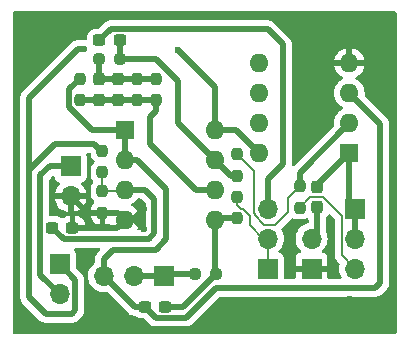
<source format=gbr>
%TF.GenerationSoftware,KiCad,Pcbnew,8.0.6*%
%TF.CreationDate,2024-12-29T21:13:32-06:00*%
%TF.ProjectId,Wienbridge,5769656e-6272-4696-9467-652e6b696361,rev?*%
%TF.SameCoordinates,Original*%
%TF.FileFunction,Copper,L1,Top*%
%TF.FilePolarity,Positive*%
%FSLAX46Y46*%
G04 Gerber Fmt 4.6, Leading zero omitted, Abs format (unit mm)*
G04 Created by KiCad (PCBNEW 8.0.6) date 2024-12-29 21:13:32*
%MOMM*%
%LPD*%
G01*
G04 APERTURE LIST*
G04 Aperture macros list*
%AMRoundRect*
0 Rectangle with rounded corners*
0 $1 Rounding radius*
0 $2 $3 $4 $5 $6 $7 $8 $9 X,Y pos of 4 corners*
0 Add a 4 corners polygon primitive as box body*
4,1,4,$2,$3,$4,$5,$6,$7,$8,$9,$2,$3,0*
0 Add four circle primitives for the rounded corners*
1,1,$1+$1,$2,$3*
1,1,$1+$1,$4,$5*
1,1,$1+$1,$6,$7*
1,1,$1+$1,$8,$9*
0 Add four rect primitives between the rounded corners*
20,1,$1+$1,$2,$3,$4,$5,0*
20,1,$1+$1,$4,$5,$6,$7,0*
20,1,$1+$1,$6,$7,$8,$9,0*
20,1,$1+$1,$8,$9,$2,$3,0*%
G04 Aperture macros list end*
%TA.AperFunction,SMDPad,CuDef*%
%ADD10RoundRect,0.237500X0.237500X-0.287500X0.237500X0.287500X-0.237500X0.287500X-0.237500X-0.287500X0*%
%TD*%
%TA.AperFunction,SMDPad,CuDef*%
%ADD11RoundRect,0.237500X-0.237500X0.287500X-0.237500X-0.287500X0.237500X-0.287500X0.237500X0.287500X0*%
%TD*%
%TA.AperFunction,SMDPad,CuDef*%
%ADD12RoundRect,0.237500X-0.237500X0.250000X-0.237500X-0.250000X0.237500X-0.250000X0.237500X0.250000X0*%
%TD*%
%TA.AperFunction,ComponentPad*%
%ADD13R,1.700000X1.700000*%
%TD*%
%TA.AperFunction,ComponentPad*%
%ADD14O,1.700000X1.700000*%
%TD*%
%TA.AperFunction,SMDPad,CuDef*%
%ADD15RoundRect,0.237500X-0.300000X-0.237500X0.300000X-0.237500X0.300000X0.237500X-0.300000X0.237500X0*%
%TD*%
%TA.AperFunction,SMDPad,CuDef*%
%ADD16RoundRect,0.237500X0.237500X-0.250000X0.237500X0.250000X-0.237500X0.250000X-0.237500X-0.250000X0*%
%TD*%
%TA.AperFunction,ComponentPad*%
%ADD17R,1.600000X1.600000*%
%TD*%
%TA.AperFunction,ComponentPad*%
%ADD18O,1.600000X1.600000*%
%TD*%
%TA.AperFunction,SMDPad,CuDef*%
%ADD19RoundRect,0.237500X0.300000X0.237500X-0.300000X0.237500X-0.300000X-0.237500X0.300000X-0.237500X0*%
%TD*%
%TA.AperFunction,SMDPad,CuDef*%
%ADD20RoundRect,0.237500X-0.250000X-0.237500X0.250000X-0.237500X0.250000X0.237500X-0.250000X0.237500X0*%
%TD*%
%TA.AperFunction,SMDPad,CuDef*%
%ADD21RoundRect,0.237500X-0.237500X0.300000X-0.237500X-0.300000X0.237500X-0.300000X0.237500X0.300000X0*%
%TD*%
%TA.AperFunction,ViaPad*%
%ADD22C,0.600000*%
%TD*%
%TA.AperFunction,Conductor*%
%ADD23C,0.500000*%
%TD*%
%TA.AperFunction,Conductor*%
%ADD24C,0.200000*%
%TD*%
G04 APERTURE END LIST*
D10*
%TO.P,D1,1,K*%
%TO.N,Net-(D1-K)*%
X115300000Y-112075000D03*
%TO.P,D1,2,A*%
%TO.N,Net-(D1-A)*%
X115300000Y-110325000D03*
%TD*%
D11*
%TO.P,D2,1,K*%
%TO.N,Net-(D1-A)*%
X113700000Y-110325000D03*
%TO.P,D2,2,A*%
%TO.N,Net-(D1-K)*%
X113700000Y-112075000D03*
%TD*%
D12*
%TO.P,R5,1*%
%TO.N,+9V*%
X114000000Y-116412500D03*
%TO.P,R5,2*%
%TO.N,Net-(U4A-+)*%
X114000000Y-118237500D03*
%TD*%
D13*
%TO.P,RV2,1,1*%
%TO.N,Net-(R7-Pad2)*%
X128000000Y-126370000D03*
D14*
%TO.P,RV2,2,2*%
X128000000Y-123830000D03*
%TO.P,RV2,3,3*%
%TO.N,Net-(C1-Pad1)*%
X128000000Y-121290000D03*
%TD*%
D15*
%TO.P,C1,1*%
%TO.N,Net-(C1-Pad1)*%
X113737500Y-107060000D03*
%TO.P,C1,2*%
%TO.N,Net-(C1-Pad2)*%
X115462500Y-107060000D03*
%TD*%
D16*
%TO.P,R7,1*%
%TO.N,Net-(U4B-+)*%
X125400000Y-122112500D03*
%TO.P,R7,2*%
%TO.N,Net-(R7-Pad2)*%
X125400000Y-120287500D03*
%TD*%
%TO.P,R1,1*%
%TO.N,Net-(D1-K)*%
X118500000Y-112112500D03*
%TO.P,R1,2*%
%TO.N,Net-(D1-A)*%
X118500000Y-110287500D03*
%TD*%
D13*
%TO.P,RV3,1,1*%
%TO.N,Net-(C3-Pad1)*%
X135400000Y-121300000D03*
D14*
%TO.P,RV3,2,2*%
X135400000Y-123840000D03*
%TO.P,RV3,3,3*%
%TO.N,Net-(R10-Pad2)*%
X135400000Y-126380000D03*
%TD*%
D17*
%TO.P,U4,1*%
%TO.N,BiasVoltage*%
X115900000Y-114600000D03*
D18*
%TO.P,U4,2,-*%
X115900000Y-117140000D03*
%TO.P,U4,3,+*%
%TO.N,Net-(U4A-+)*%
X115900000Y-119680000D03*
%TO.P,U4,4,V-*%
%TO.N,SupplyGND*%
X115900000Y-122220000D03*
%TO.P,U4,5,+*%
%TO.N,Net-(U4B-+)*%
X123520000Y-122220000D03*
%TO.P,U4,6,-*%
%TO.N,Net-(D1-K)*%
X123520000Y-119680000D03*
%TO.P,U4,7*%
%TO.N,Net-(C1-Pad2)*%
X123520000Y-117140000D03*
%TO.P,U4,8,V+*%
%TO.N,+9V*%
X123520000Y-114600000D03*
%TD*%
D19*
%TO.P,C2,1*%
%TO.N,Net-(U4B-+)*%
X119292500Y-129600000D03*
%TO.P,C2,2*%
%TO.N,BiasVoltage*%
X117567500Y-129600000D03*
%TD*%
D13*
%TO.P,BT1,1,+*%
%TO.N,Net-(BT1-+)*%
X111300000Y-117725000D03*
D14*
%TO.P,BT1,2,-*%
%TO.N,SupplyGND*%
X111300000Y-120265000D03*
%TD*%
D20*
%TO.P,R4,1*%
%TO.N,Net-(D1-A)*%
X113687500Y-108600000D03*
%TO.P,R4,2*%
%TO.N,Net-(C1-Pad2)*%
X115512500Y-108600000D03*
%TD*%
D12*
%TO.P,R3,1*%
%TO.N,BiasVoltage*%
X112100000Y-110287500D03*
%TO.P,R3,2*%
%TO.N,Net-(D1-K)*%
X112100000Y-112112500D03*
%TD*%
D17*
%TO.P,U5,1*%
%TO.N,Net-(C3-Pad1)*%
X134900000Y-116600000D03*
D18*
%TO.P,U5,2,-*%
%TO.N,Net-(U5A--)*%
X134900000Y-114060000D03*
%TO.P,U5,3,+*%
%TO.N,BiasVoltage*%
X134900000Y-111520000D03*
%TO.P,U5,4,V-*%
%TO.N,SupplyGND*%
X134900000Y-108980000D03*
%TO.P,U5,5,+*%
%TO.N,unconnected-(U5B-+-Pad5)*%
X127280000Y-108980000D03*
%TO.P,U5,6,-*%
%TO.N,unconnected-(U5B---Pad6)*%
X127280000Y-111520000D03*
%TO.P,U5,7*%
%TO.N,unconnected-(U5-Pad7)*%
X127280000Y-114060000D03*
%TO.P,U5,8,V+*%
%TO.N,+9V*%
X127280000Y-116600000D03*
%TD*%
D13*
%TO.P,J2,1,Pin_1*%
%TO.N,+9V*%
X110400000Y-126025000D03*
D14*
%TO.P,J2,2,Pin_2*%
%TO.N,Net-(BT1-+)*%
X110400000Y-128565000D03*
%TD*%
D12*
%TO.P,R10,1*%
%TO.N,Net-(U5A--)*%
X130700000Y-119387500D03*
%TO.P,R10,2*%
%TO.N,Net-(R10-Pad2)*%
X130700000Y-121212500D03*
%TD*%
%TO.P,R6,1*%
%TO.N,Net-(U4A-+)*%
X114000000Y-119812500D03*
%TO.P,R6,2*%
%TO.N,SupplyGND*%
X114000000Y-121637500D03*
%TD*%
D21*
%TO.P,C3,1*%
%TO.N,Net-(C3-Pad1)*%
X132200000Y-119437500D03*
%TO.P,C3,2*%
%TO.N,Net-(J1-Pin_2)*%
X132200000Y-121162500D03*
%TD*%
D15*
%TO.P,C4,1*%
%TO.N,Net-(U4A-+)*%
X109737500Y-122900000D03*
%TO.P,C4,2*%
%TO.N,SupplyGND*%
X111462500Y-122900000D03*
%TD*%
D13*
%TO.P,DualPot1,1,1*%
%TO.N,Net-(DualPot1-Pad1)*%
X119200000Y-127000000D03*
D14*
%TO.P,DualPot1,2,2*%
X116660000Y-127000000D03*
%TO.P,DualPot1,3,3*%
%TO.N,BiasVoltage*%
X114120000Y-127000000D03*
%TD*%
D20*
%TO.P,R8,1*%
%TO.N,Net-(DualPot1-Pad1)*%
X121817500Y-126800000D03*
%TO.P,R8,2*%
%TO.N,Net-(U4B-+)*%
X123642500Y-126800000D03*
%TD*%
D16*
%TO.P,R2,1*%
%TO.N,Net-(D1-K)*%
X116900000Y-112112500D03*
%TO.P,R2,2*%
%TO.N,Net-(D1-A)*%
X116900000Y-110287500D03*
%TD*%
%TO.P,R9,1*%
%TO.N,Net-(C1-Pad2)*%
X125400000Y-118512500D03*
%TO.P,R9,2*%
%TO.N,Net-(U5A--)*%
X125400000Y-116687500D03*
%TD*%
D13*
%TO.P,J1,1,Pin_1*%
%TO.N,SupplyGND*%
X131700000Y-126375000D03*
D14*
%TO.P,J1,2,Pin_2*%
%TO.N,Net-(J1-Pin_2)*%
X131700000Y-123835000D03*
%TD*%
D22*
%TO.N,SupplyGND*%
X137000000Y-110000000D03*
X137000000Y-108000000D03*
X133000000Y-112000000D03*
X133000000Y-110000000D03*
X133000000Y-108000000D03*
X131000000Y-112000000D03*
X131000000Y-110000000D03*
X131000000Y-108000000D03*
X125000000Y-129000000D03*
X127000000Y-129000000D03*
X129000000Y-129000000D03*
X133000000Y-129000000D03*
X134962085Y-128989167D03*
X137000000Y-129000000D03*
X137000000Y-131000000D03*
X135000000Y-131000000D03*
X132979807Y-130999999D03*
X131000000Y-131000000D03*
X129000000Y-131000000D03*
X127000000Y-131000000D03*
X125000000Y-131000000D03*
X137000000Y-106000000D03*
X135000000Y-106000000D03*
X133000000Y-106000000D03*
X131000000Y-106000000D03*
X117500000Y-123000000D03*
X117500000Y-121300000D03*
X133500000Y-126300000D03*
%TO.N,+9V*%
X112400000Y-107800000D03*
X120400000Y-107900000D03*
%TD*%
D23*
%TO.N,SupplyGND*%
X112672500Y-121637500D02*
X111300000Y-120265000D01*
X114000000Y-121637500D02*
X112672500Y-121637500D01*
X115317500Y-121637500D02*
X115900000Y-122220000D01*
X114000000Y-121637500D02*
X115317500Y-121637500D01*
X115220000Y-122900000D02*
X115900000Y-122220000D01*
X111462500Y-122900000D02*
X115220000Y-122900000D01*
D24*
%TO.N,Net-(U4A-+)*%
X115767500Y-119812500D02*
X115900000Y-119680000D01*
X114000000Y-119812500D02*
X115767500Y-119812500D01*
X114000000Y-118237500D02*
X114000000Y-119812500D01*
D23*
%TO.N,+9V*%
X113300000Y-115800000D02*
X113912500Y-116412500D01*
X107800000Y-118000000D02*
X110000000Y-115800000D01*
X110000000Y-115800000D02*
X113300000Y-115800000D01*
X113912500Y-116412500D02*
X114000000Y-116412500D01*
%TO.N,SupplyGND*%
X116580000Y-122220000D02*
X117500000Y-121300000D01*
X116720000Y-122220000D02*
X117500000Y-123000000D01*
X115900000Y-122220000D02*
X116720000Y-122220000D01*
X131700000Y-126375000D02*
X133425000Y-126375000D01*
X133425000Y-126375000D02*
X133500000Y-126300000D01*
X115900000Y-122220000D02*
X116580000Y-122220000D01*
%TO.N,+9V*%
X123520000Y-111020000D02*
X120400000Y-107900000D01*
X107800000Y-128800000D02*
X107800000Y-118000000D01*
X111400000Y-130200000D02*
X109200000Y-130200000D01*
X111700000Y-127325000D02*
X111700000Y-129900000D01*
X109200000Y-130200000D02*
X107800000Y-128800000D01*
X110400000Y-126025000D02*
X111700000Y-127325000D01*
X123520000Y-114600000D02*
X123520000Y-111020000D01*
X107800000Y-111900000D02*
X107800000Y-118000000D01*
X112400000Y-107800000D02*
X111900000Y-107800000D01*
X111900000Y-107800000D02*
X107800000Y-111900000D01*
X123520000Y-114600000D02*
X125280000Y-114600000D01*
X111700000Y-129900000D02*
X111400000Y-130200000D01*
X125280000Y-114600000D02*
X127280000Y-116600000D01*
%TO.N,Net-(C1-Pad1)*%
X114697500Y-106100000D02*
X113737500Y-107060000D01*
X129300000Y-107400000D02*
X128000000Y-106100000D01*
X128000000Y-121290000D02*
X128000000Y-118800000D01*
X128000000Y-118800000D02*
X129300000Y-117500000D01*
X128000000Y-106100000D02*
X114697500Y-106100000D01*
X129300000Y-117500000D02*
X129300000Y-107400000D01*
%TO.N,Net-(C1-Pad2)*%
X115462500Y-108550000D02*
X115512500Y-108600000D01*
X125400000Y-118512500D02*
X124892500Y-118512500D01*
X124892500Y-118512500D02*
X123520000Y-117140000D01*
X115462500Y-107060000D02*
X115462500Y-108550000D01*
X115512500Y-108600000D02*
X118500000Y-108600000D01*
X118500000Y-108600000D02*
X120400000Y-110500000D01*
X120400000Y-110500000D02*
X120400000Y-114020000D01*
X120400000Y-114020000D02*
X123520000Y-117140000D01*
%TO.N,BiasVoltage*%
X111175000Y-112653854D02*
X113121146Y-114600000D01*
X121075000Y-130525000D02*
X123600000Y-128000000D01*
X119400000Y-119600000D02*
X116940000Y-117140000D01*
X123600000Y-128000000D02*
X137100000Y-128000000D01*
X119400000Y-123900000D02*
X119400000Y-119600000D01*
X137500000Y-114120000D02*
X134900000Y-111520000D01*
X114120000Y-127000000D02*
X114120000Y-125580000D01*
X137100000Y-128000000D02*
X137500000Y-127600000D01*
X117567500Y-129600000D02*
X116720000Y-129600000D01*
X116940000Y-117140000D02*
X115900000Y-117140000D01*
X116720000Y-129600000D02*
X114120000Y-127000000D01*
X115900000Y-114600000D02*
X115900000Y-117140000D01*
X114900000Y-124800000D02*
X118500000Y-124800000D01*
X137500000Y-127600000D02*
X137500000Y-114120000D01*
X118492500Y-130525000D02*
X121075000Y-130525000D01*
X113121146Y-114600000D02*
X115900000Y-114600000D01*
X114120000Y-125580000D02*
X114900000Y-124800000D01*
X117567500Y-129600000D02*
X118492500Y-130525000D01*
X111175000Y-111212500D02*
X111175000Y-112653854D01*
X112100000Y-110287500D02*
X111175000Y-111212500D01*
X118500000Y-124800000D02*
X119400000Y-123900000D01*
%TO.N,Net-(U4B-+)*%
X125400000Y-122112500D02*
X123627500Y-122112500D01*
X123642500Y-126800000D02*
X120842500Y-129600000D01*
X123520000Y-126677500D02*
X123642500Y-126800000D01*
X120842500Y-129600000D02*
X119292500Y-129600000D01*
X123642500Y-122342500D02*
X123520000Y-122220000D01*
X123627500Y-122112500D02*
X123520000Y-122220000D01*
X123520000Y-122220000D02*
X123520000Y-126677500D01*
%TO.N,Net-(C3-Pad1)*%
X134900000Y-116600000D02*
X134900000Y-120800000D01*
X135400000Y-123840000D02*
X135400000Y-121300000D01*
X132200000Y-119437500D02*
X132200000Y-119300000D01*
X134900000Y-120800000D02*
X135400000Y-121300000D01*
X132200000Y-119300000D02*
X134900000Y-116600000D01*
%TO.N,Net-(J1-Pin_2)*%
X132200000Y-123335000D02*
X131700000Y-123835000D01*
X132200000Y-121162500D02*
X132200000Y-123335000D01*
%TO.N,Net-(D1-K)*%
X118500000Y-113000000D02*
X118500000Y-112112500D01*
X118000000Y-113500000D02*
X118500000Y-113000000D01*
X118000000Y-115800000D02*
X118000000Y-113500000D01*
X113700000Y-112075000D02*
X115300000Y-112075000D01*
X118500000Y-112112500D02*
X116900000Y-112112500D01*
X112100000Y-112112500D02*
X113662500Y-112112500D01*
X121880000Y-119680000D02*
X118000000Y-115800000D01*
X116862500Y-112075000D02*
X116900000Y-112112500D01*
X115300000Y-112075000D02*
X116862500Y-112075000D01*
X123520000Y-119680000D02*
X121880000Y-119680000D01*
X113662500Y-112112500D02*
X113700000Y-112075000D01*
%TO.N,Net-(D1-A)*%
X113700000Y-110325000D02*
X115300000Y-110325000D01*
X115300000Y-110325000D02*
X116862500Y-110325000D01*
X116900000Y-110287500D02*
X118500000Y-110287500D01*
X116862500Y-110325000D02*
X116900000Y-110287500D01*
X113687500Y-110312500D02*
X113700000Y-110325000D01*
X113687500Y-108600000D02*
X113687500Y-110312500D01*
%TO.N,Net-(DualPot1-Pad1)*%
X121617500Y-127000000D02*
X121817500Y-126800000D01*
X116660000Y-127000000D02*
X119200000Y-127000000D01*
X119400000Y-126800000D02*
X119200000Y-127000000D01*
X121817500Y-126800000D02*
X119400000Y-126800000D01*
%TO.N,Net-(U4A-+)*%
X110737500Y-123900000D02*
X109737500Y-122900000D01*
X118400000Y-120500000D02*
X118400000Y-123400000D01*
X117580000Y-119680000D02*
X118400000Y-120500000D01*
X118400000Y-123400000D02*
X117900000Y-123900000D01*
X117900000Y-123900000D02*
X110737500Y-123900000D01*
X115900000Y-119680000D02*
X117580000Y-119680000D01*
D24*
%TO.N,Net-(R7-Pad2)*%
X125400000Y-121000000D02*
X125725000Y-121325000D01*
X125866722Y-121325000D02*
X126500000Y-121958278D01*
X126500000Y-121958278D02*
X126500000Y-122700000D01*
X128000000Y-123830000D02*
X128000000Y-126370000D01*
X125400000Y-120287500D02*
X125400000Y-121000000D01*
D23*
X128000000Y-123830000D02*
X128000000Y-123246146D01*
D24*
X127630000Y-123830000D02*
X128000000Y-123830000D01*
X126500000Y-122700000D02*
X127630000Y-123830000D01*
X125725000Y-121325000D02*
X125866722Y-121325000D01*
%TO.N,Net-(U5A--)*%
X129700000Y-121600000D02*
X129700000Y-120387500D01*
X125400000Y-116687500D02*
X126850000Y-118137500D01*
D23*
X130700000Y-118260000D02*
X134900000Y-114060000D01*
D24*
X127700000Y-122680000D02*
X128620000Y-122680000D01*
X129700000Y-120387500D02*
X130700000Y-119387500D01*
D23*
X130700000Y-119387500D02*
X130700000Y-118260000D01*
D24*
X126850000Y-121659314D02*
X126900000Y-121709314D01*
X126850000Y-118137500D02*
X126850000Y-121659314D01*
X128620000Y-122680000D02*
X129700000Y-121600000D01*
X126900000Y-121880000D02*
X127700000Y-122680000D01*
X126900000Y-121709314D02*
X126900000Y-121880000D01*
%TO.N,Net-(R10-Pad2)*%
X134250000Y-125230000D02*
X134250000Y-121908278D01*
X135400000Y-126380000D02*
X134250000Y-125230000D01*
X132641722Y-120300000D02*
X131612500Y-120300000D01*
D23*
X130700000Y-121212500D02*
X130687500Y-121212500D01*
D24*
X131612500Y-120300000D02*
X130700000Y-121212500D01*
X134250000Y-121908278D02*
X132641722Y-120300000D01*
D23*
%TO.N,Net-(BT1-+)*%
X110400000Y-128565000D02*
X108750000Y-126915000D01*
X108750000Y-126915000D02*
X108750000Y-118485051D01*
X110500000Y-117700000D02*
X109535051Y-117700000D01*
X109535051Y-117700000D02*
X108750000Y-118485051D01*
%TD*%
%TA.AperFunction,Conductor*%
%TO.N,SupplyGND*%
G36*
X131394454Y-122132904D02*
G01*
X131439226Y-122186544D01*
X131449500Y-122235964D01*
X131449500Y-122408831D01*
X131429815Y-122475870D01*
X131377011Y-122521625D01*
X131357594Y-122528606D01*
X131236341Y-122561095D01*
X131236335Y-122561098D01*
X131022171Y-122660964D01*
X131022169Y-122660965D01*
X130828597Y-122796505D01*
X130661505Y-122963597D01*
X130525965Y-123157169D01*
X130525964Y-123157171D01*
X130437603Y-123346662D01*
X130428430Y-123366335D01*
X130426098Y-123371335D01*
X130426094Y-123371344D01*
X130364938Y-123599586D01*
X130364936Y-123599596D01*
X130344341Y-123834999D01*
X130344341Y-123835000D01*
X130364936Y-124070403D01*
X130364938Y-124070413D01*
X130426094Y-124298655D01*
X130426096Y-124298659D01*
X130426097Y-124298663D01*
X130512032Y-124482951D01*
X130525965Y-124512830D01*
X130525967Y-124512834D01*
X130621850Y-124649768D01*
X130661501Y-124706396D01*
X130661506Y-124706402D01*
X130783818Y-124828714D01*
X130817303Y-124890037D01*
X130812319Y-124959729D01*
X130770447Y-125015662D01*
X130739471Y-125032577D01*
X130607912Y-125081646D01*
X130607906Y-125081649D01*
X130492812Y-125167809D01*
X130492809Y-125167812D01*
X130406649Y-125282906D01*
X130406645Y-125282913D01*
X130356403Y-125417620D01*
X130356401Y-125417627D01*
X130350000Y-125477155D01*
X130350000Y-126125000D01*
X131266988Y-126125000D01*
X131234075Y-126182007D01*
X131200000Y-126309174D01*
X131200000Y-126440826D01*
X131234075Y-126567993D01*
X131266988Y-126625000D01*
X130350000Y-126625000D01*
X130350000Y-127125500D01*
X130330315Y-127192539D01*
X130277511Y-127238294D01*
X130226000Y-127249500D01*
X129474500Y-127249500D01*
X129407461Y-127229815D01*
X129361706Y-127177011D01*
X129350500Y-127125500D01*
X129350499Y-125472129D01*
X129350498Y-125472123D01*
X129350497Y-125472116D01*
X129344091Y-125412517D01*
X129333064Y-125382953D01*
X129293797Y-125277671D01*
X129293793Y-125277664D01*
X129207547Y-125162455D01*
X129207544Y-125162452D01*
X129092335Y-125076206D01*
X129092328Y-125076202D01*
X128960917Y-125027189D01*
X128904983Y-124985318D01*
X128880566Y-124919853D01*
X128895418Y-124851580D01*
X128916563Y-124823332D01*
X129038495Y-124701401D01*
X129174035Y-124507830D01*
X129273903Y-124293663D01*
X129335063Y-124065408D01*
X129355659Y-123830000D01*
X129335063Y-123594592D01*
X129288626Y-123421285D01*
X129273905Y-123366344D01*
X129273902Y-123366335D01*
X129178698Y-123162171D01*
X129174035Y-123152171D01*
X129160828Y-123133310D01*
X129138503Y-123067108D01*
X129155513Y-122999340D01*
X129174720Y-122974513D01*
X129995561Y-122153673D01*
X130056882Y-122120190D01*
X130126574Y-122125174D01*
X130148334Y-122135815D01*
X130148484Y-122135908D01*
X130312247Y-122190174D01*
X130413323Y-122200500D01*
X130986676Y-122200499D01*
X130986684Y-122200498D01*
X130986687Y-122200498D01*
X131042030Y-122194844D01*
X131087753Y-122190174D01*
X131251516Y-122135908D01*
X131260402Y-122130426D01*
X131327790Y-122111985D01*
X131394454Y-122132904D01*
G37*
%TD.AperFunction*%
%TA.AperFunction,Conductor*%
G36*
X133273883Y-121782105D02*
G01*
X133282111Y-121789625D01*
X133613181Y-122120694D01*
X133646666Y-122182017D01*
X133649500Y-122208375D01*
X133649500Y-125143330D01*
X133649499Y-125143348D01*
X133649499Y-125150943D01*
X133649499Y-125309057D01*
X133658194Y-125341505D01*
X133690422Y-125461783D01*
X133692329Y-125465086D01*
X133692328Y-125465086D01*
X133692332Y-125465091D01*
X133769477Y-125598712D01*
X133769481Y-125598717D01*
X133888349Y-125717585D01*
X133888355Y-125717590D01*
X134067233Y-125896468D01*
X134100718Y-125957791D01*
X134099327Y-126016241D01*
X134064939Y-126144583D01*
X134064936Y-126144596D01*
X134044341Y-126379999D01*
X134044341Y-126380000D01*
X134064936Y-126615403D01*
X134064938Y-126615413D01*
X134126094Y-126843655D01*
X134126096Y-126843659D01*
X134126097Y-126843663D01*
X134184778Y-126969505D01*
X134225965Y-127057830D01*
X134228674Y-127062522D01*
X134226680Y-127063673D01*
X134245874Y-127120574D01*
X134228868Y-127188343D01*
X134177923Y-127236159D01*
X134121972Y-127249500D01*
X133174000Y-127249500D01*
X133106961Y-127229815D01*
X133061206Y-127177011D01*
X133050000Y-127125500D01*
X133050000Y-126625000D01*
X132133012Y-126625000D01*
X132165925Y-126567993D01*
X132200000Y-126440826D01*
X132200000Y-126309174D01*
X132165925Y-126182007D01*
X132133012Y-126125000D01*
X133050000Y-126125000D01*
X133050000Y-125477172D01*
X133049999Y-125477155D01*
X133043598Y-125417627D01*
X133043596Y-125417620D01*
X132993354Y-125282913D01*
X132993350Y-125282906D01*
X132907190Y-125167812D01*
X132907187Y-125167809D01*
X132792093Y-125081649D01*
X132792088Y-125081646D01*
X132660528Y-125032577D01*
X132604595Y-124990705D01*
X132580178Y-124925241D01*
X132595030Y-124856968D01*
X132616175Y-124828720D01*
X132738495Y-124706401D01*
X132874035Y-124512830D01*
X132973903Y-124298663D01*
X133035063Y-124070408D01*
X133055659Y-123835000D01*
X133055221Y-123829999D01*
X133044246Y-123704551D01*
X133035063Y-123599592D01*
X132973903Y-123371337D01*
X132971575Y-123366344D01*
X132962118Y-123346063D01*
X132950500Y-123293659D01*
X132950500Y-122044552D01*
X132970185Y-121977513D01*
X132986819Y-121956871D01*
X133020340Y-121923350D01*
X133088892Y-121812208D01*
X133140839Y-121765485D01*
X133209801Y-121754262D01*
X133273883Y-121782105D01*
G37*
%TD.AperFunction*%
%TA.AperFunction,Conductor*%
G36*
X112967540Y-116570185D02*
G01*
X113013295Y-116622989D01*
X113024501Y-116674500D01*
X113024501Y-116711687D01*
X113034825Y-116812752D01*
X113067669Y-116911867D01*
X113087972Y-116973137D01*
X113089092Y-116976515D01*
X113089093Y-116976518D01*
X113179661Y-117123351D01*
X113293629Y-117237319D01*
X113327114Y-117298642D01*
X113322130Y-117368334D01*
X113293629Y-117412681D01*
X113179661Y-117526648D01*
X113089093Y-117673481D01*
X113089091Y-117673486D01*
X113070176Y-117730568D01*
X113034826Y-117837247D01*
X113034826Y-117837248D01*
X113034825Y-117837248D01*
X113024500Y-117938315D01*
X113024500Y-118536669D01*
X113024501Y-118536687D01*
X113034825Y-118637752D01*
X113061357Y-118717819D01*
X113089092Y-118801516D01*
X113168033Y-118929500D01*
X113183452Y-118954497D01*
X113182321Y-118955194D01*
X113205595Y-119012894D01*
X113192549Y-119081535D01*
X113180573Y-119100168D01*
X113089093Y-119248481D01*
X113089091Y-119248486D01*
X113061719Y-119331088D01*
X113034826Y-119412247D01*
X113034826Y-119412248D01*
X113034825Y-119412248D01*
X113024500Y-119513315D01*
X113024500Y-120111669D01*
X113024501Y-120111687D01*
X113034825Y-120212752D01*
X113066535Y-120308443D01*
X113089092Y-120376516D01*
X113155004Y-120483377D01*
X113179661Y-120523351D01*
X113293982Y-120637672D01*
X113327467Y-120698995D01*
X113322483Y-120768687D01*
X113293983Y-120813034D01*
X113180052Y-120926965D01*
X113089551Y-121073688D01*
X113089546Y-121073699D01*
X113035319Y-121237347D01*
X113025000Y-121338345D01*
X113025000Y-121387500D01*
X114126000Y-121387500D01*
X114193039Y-121407185D01*
X114238794Y-121459989D01*
X114250000Y-121511500D01*
X114250000Y-122624999D01*
X114286640Y-122624999D01*
X114286654Y-122624998D01*
X114387652Y-122614680D01*
X114512932Y-122573167D01*
X114582760Y-122570765D01*
X114642802Y-122606497D01*
X114671709Y-122658771D01*
X114673734Y-122666327D01*
X114769865Y-122872482D01*
X114827209Y-122954376D01*
X114849536Y-123020582D01*
X114832526Y-123088350D01*
X114781578Y-123136163D01*
X114725634Y-123149500D01*
X111336500Y-123149500D01*
X111269461Y-123129815D01*
X111223706Y-123077011D01*
X111212500Y-123025500D01*
X111212500Y-122650000D01*
X111712500Y-122650000D01*
X112499999Y-122650000D01*
X112499999Y-122613360D01*
X112499998Y-122613345D01*
X112489680Y-122512347D01*
X112435453Y-122348699D01*
X112435448Y-122348688D01*
X112344947Y-122201965D01*
X112344944Y-122201961D01*
X112223038Y-122080055D01*
X112223034Y-122080052D01*
X112076311Y-121989551D01*
X112076300Y-121989546D01*
X111916681Y-121936654D01*
X113025001Y-121936654D01*
X113035319Y-122037652D01*
X113089546Y-122201300D01*
X113089551Y-122201311D01*
X113180052Y-122348034D01*
X113180055Y-122348038D01*
X113301961Y-122469944D01*
X113301965Y-122469947D01*
X113448688Y-122560448D01*
X113448699Y-122560453D01*
X113612347Y-122614680D01*
X113713352Y-122624999D01*
X113750000Y-122624999D01*
X113750000Y-121887500D01*
X113025001Y-121887500D01*
X113025001Y-121936654D01*
X111916681Y-121936654D01*
X111912652Y-121935319D01*
X111811654Y-121925000D01*
X111712500Y-121925000D01*
X111712500Y-122650000D01*
X111212500Y-122650000D01*
X111212500Y-121924999D01*
X111113360Y-121925000D01*
X111113344Y-121925001D01*
X111012347Y-121935319D01*
X110848699Y-121989546D01*
X110848688Y-121989551D01*
X110701965Y-122080052D01*
X110688032Y-122093985D01*
X110626708Y-122127468D01*
X110557016Y-122122482D01*
X110512672Y-122093982D01*
X110498351Y-122079661D01*
X110498350Y-122079660D01*
X110359781Y-121994190D01*
X110351518Y-121989093D01*
X110351513Y-121989091D01*
X110350069Y-121988612D01*
X110187753Y-121934826D01*
X110187751Y-121934825D01*
X110086684Y-121924500D01*
X110086677Y-121924500D01*
X109624500Y-121924500D01*
X109557461Y-121904815D01*
X109511706Y-121852011D01*
X109500500Y-121800500D01*
X109500500Y-118847281D01*
X109520185Y-118780242D01*
X109536819Y-118759600D01*
X109619771Y-118676648D01*
X109739448Y-118556970D01*
X109800769Y-118523487D01*
X109870460Y-118528471D01*
X109926394Y-118570342D01*
X109950417Y-118631398D01*
X109955909Y-118682483D01*
X110006202Y-118817328D01*
X110006206Y-118817335D01*
X110092452Y-118932544D01*
X110092455Y-118932547D01*
X110207664Y-119018793D01*
X110207671Y-119018797D01*
X110230378Y-119027266D01*
X110339598Y-119068002D01*
X110395531Y-119109873D01*
X110419949Y-119175337D01*
X110405098Y-119243610D01*
X110383947Y-119271865D01*
X110261886Y-119393926D01*
X110126400Y-119587420D01*
X110126399Y-119587422D01*
X110026570Y-119801507D01*
X110026567Y-119801513D01*
X109969364Y-120014999D01*
X109969364Y-120015000D01*
X110866988Y-120015000D01*
X110834075Y-120072007D01*
X110800000Y-120199174D01*
X110800000Y-120330826D01*
X110834075Y-120457993D01*
X110866988Y-120515000D01*
X109969364Y-120515000D01*
X110026567Y-120728486D01*
X110026570Y-120728492D01*
X110126399Y-120942578D01*
X110261894Y-121136082D01*
X110428917Y-121303105D01*
X110622421Y-121438600D01*
X110836507Y-121538429D01*
X110836516Y-121538433D01*
X111050000Y-121595634D01*
X111050000Y-120698012D01*
X111107007Y-120730925D01*
X111234174Y-120765000D01*
X111365826Y-120765000D01*
X111492993Y-120730925D01*
X111550000Y-120698012D01*
X111550000Y-121595633D01*
X111763483Y-121538433D01*
X111763492Y-121538429D01*
X111977578Y-121438600D01*
X112171082Y-121303105D01*
X112338105Y-121136082D01*
X112473600Y-120942578D01*
X112573429Y-120728492D01*
X112573432Y-120728486D01*
X112630636Y-120515000D01*
X111733012Y-120515000D01*
X111765925Y-120457993D01*
X111800000Y-120330826D01*
X111800000Y-120199174D01*
X111765925Y-120072007D01*
X111733012Y-120015000D01*
X112630636Y-120015000D01*
X112630635Y-120014999D01*
X112573432Y-119801513D01*
X112573429Y-119801507D01*
X112473600Y-119587422D01*
X112473599Y-119587420D01*
X112338113Y-119393926D01*
X112338108Y-119393920D01*
X112216053Y-119271865D01*
X112182568Y-119210542D01*
X112187552Y-119140850D01*
X112229424Y-119084917D01*
X112260400Y-119068002D01*
X112392331Y-119018796D01*
X112507546Y-118932546D01*
X112593796Y-118817331D01*
X112644091Y-118682483D01*
X112650500Y-118622873D01*
X112650499Y-116827128D01*
X112644091Y-116767517D01*
X112625559Y-116717832D01*
X112620576Y-116648142D01*
X112654061Y-116586819D01*
X112715384Y-116553334D01*
X112741742Y-116550500D01*
X112900501Y-116550500D01*
X112967540Y-116570185D01*
G37*
%TD.AperFunction*%
%TA.AperFunction,Conductor*%
G36*
X117284809Y-120450185D02*
G01*
X117305451Y-120466819D01*
X117613181Y-120774548D01*
X117646666Y-120835871D01*
X117649500Y-120862229D01*
X117649500Y-123025500D01*
X117629815Y-123092539D01*
X117577011Y-123138294D01*
X117525500Y-123149500D01*
X117074366Y-123149500D01*
X117007327Y-123129815D01*
X116961572Y-123077011D01*
X116951628Y-123007853D01*
X116972791Y-122954376D01*
X117030134Y-122872482D01*
X117126265Y-122666326D01*
X117126269Y-122666317D01*
X117178872Y-122470000D01*
X116215686Y-122470000D01*
X116220080Y-122465606D01*
X116272741Y-122374394D01*
X116300000Y-122272661D01*
X116300000Y-122167339D01*
X116272741Y-122065606D01*
X116220080Y-121974394D01*
X116215686Y-121970000D01*
X117178872Y-121970000D01*
X117178872Y-121969999D01*
X117126269Y-121773682D01*
X117126265Y-121773673D01*
X117030134Y-121567517D01*
X116899657Y-121381179D01*
X116738820Y-121220342D01*
X116552482Y-121089865D01*
X116494133Y-121062657D01*
X116441694Y-121016484D01*
X116422542Y-120949291D01*
X116442758Y-120882410D01*
X116494129Y-120837895D01*
X116552734Y-120810568D01*
X116739139Y-120680047D01*
X116900047Y-120519139D01*
X116925088Y-120483377D01*
X116979665Y-120439752D01*
X117026663Y-120430500D01*
X117217770Y-120430500D01*
X117284809Y-120450185D01*
G37*
%TD.AperFunction*%
%TA.AperFunction,Conductor*%
G36*
X138842539Y-104620185D02*
G01*
X138888294Y-104672989D01*
X138899500Y-104724500D01*
X138899500Y-131775500D01*
X138879815Y-131842539D01*
X138827011Y-131888294D01*
X138775500Y-131899500D01*
X106524500Y-131899500D01*
X106457461Y-131879815D01*
X106411706Y-131827011D01*
X106400500Y-131775500D01*
X106400500Y-128873920D01*
X107049499Y-128873920D01*
X107078340Y-129018907D01*
X107078343Y-129018917D01*
X107134913Y-129155490D01*
X107134914Y-129155491D01*
X107134916Y-129155495D01*
X107150181Y-129178340D01*
X107150182Y-129178342D01*
X107217051Y-129278420D01*
X107217052Y-129278421D01*
X108721584Y-130782952D01*
X108721586Y-130782954D01*
X108751058Y-130802645D01*
X108795270Y-130832186D01*
X108844505Y-130865084D01*
X108844506Y-130865084D01*
X108844507Y-130865085D01*
X108844509Y-130865086D01*
X108981082Y-130921656D01*
X108981087Y-130921658D01*
X108981091Y-130921658D01*
X108981092Y-130921659D01*
X109126079Y-130950500D01*
X109126082Y-130950500D01*
X111473920Y-130950500D01*
X111571462Y-130931096D01*
X111618913Y-130921658D01*
X111755495Y-130865084D01*
X111804729Y-130832186D01*
X111804734Y-130832183D01*
X111829071Y-130815921D01*
X111878416Y-130782952D01*
X112282952Y-130378416D01*
X112352774Y-130273918D01*
X112365084Y-130255495D01*
X112421658Y-130118913D01*
X112450500Y-129973918D01*
X112450500Y-127251082D01*
X112450185Y-127249500D01*
X112437903Y-127187755D01*
X112437903Y-127187753D01*
X112421659Y-127106088D01*
X112373125Y-126988918D01*
X112365084Y-126969505D01*
X112285581Y-126850520D01*
X112282952Y-126846585D01*
X112282951Y-126846584D01*
X112282949Y-126846581D01*
X111786818Y-126350450D01*
X111753333Y-126289127D01*
X111750499Y-126262769D01*
X111750499Y-125127129D01*
X111750498Y-125127123D01*
X111748657Y-125110000D01*
X111744091Y-125067517D01*
X111731059Y-125032577D01*
X111693797Y-124932671D01*
X111693795Y-124932668D01*
X111684202Y-124919853D01*
X111631019Y-124848810D01*
X111606602Y-124783348D01*
X111621453Y-124715074D01*
X111670858Y-124665669D01*
X111730286Y-124650500D01*
X113688771Y-124650500D01*
X113755810Y-124670185D01*
X113801565Y-124722989D01*
X113811509Y-124792147D01*
X113782484Y-124855703D01*
X113776458Y-124862174D01*
X113713391Y-124925241D01*
X113537047Y-125101584D01*
X113537045Y-125101586D01*
X113501029Y-125155492D01*
X113501027Y-125155495D01*
X113454919Y-125224499D01*
X113454912Y-125224511D01*
X113398343Y-125361082D01*
X113398340Y-125361092D01*
X113369500Y-125506079D01*
X113369500Y-125812298D01*
X113349815Y-125879337D01*
X113316625Y-125913872D01*
X113248595Y-125961507D01*
X113081505Y-126128597D01*
X112945965Y-126322169D01*
X112945964Y-126322171D01*
X112846098Y-126536335D01*
X112846094Y-126536344D01*
X112784938Y-126764586D01*
X112784936Y-126764596D01*
X112764341Y-126999999D01*
X112764341Y-127000000D01*
X112784936Y-127235403D01*
X112784938Y-127235413D01*
X112846094Y-127463655D01*
X112846096Y-127463659D01*
X112846097Y-127463663D01*
X112895769Y-127570185D01*
X112945965Y-127677830D01*
X112945967Y-127677834D01*
X113025326Y-127791169D01*
X113081505Y-127871401D01*
X113248599Y-128038495D01*
X113345384Y-128106265D01*
X113442165Y-128174032D01*
X113442167Y-128174033D01*
X113442170Y-128174035D01*
X113656337Y-128273903D01*
X113884592Y-128335063D01*
X114072918Y-128351539D01*
X114119999Y-128355659D01*
X114120000Y-128355659D01*
X114120001Y-128355659D01*
X114161993Y-128351985D01*
X114333013Y-128337022D01*
X114401512Y-128350788D01*
X114431501Y-128372869D01*
X116241580Y-130182948D01*
X116241584Y-130182951D01*
X116364498Y-130265080D01*
X116364511Y-130265087D01*
X116501082Y-130321656D01*
X116501087Y-130321658D01*
X116501091Y-130321658D01*
X116501092Y-130321659D01*
X116646079Y-130350500D01*
X116646082Y-130350500D01*
X116685448Y-130350500D01*
X116752487Y-130370185D01*
X116773129Y-130386819D01*
X116806650Y-130420340D01*
X116953484Y-130510908D01*
X117117247Y-130565174D01*
X117218323Y-130575500D01*
X117430269Y-130575499D01*
X117497309Y-130595183D01*
X117517951Y-130611818D01*
X117909549Y-131003416D01*
X118014084Y-131107951D01*
X118014087Y-131107953D01*
X118014088Y-131107954D01*
X118137003Y-131190083D01*
X118137006Y-131190085D01*
X118193579Y-131213518D01*
X118193580Y-131213518D01*
X118273588Y-131246659D01*
X118389741Y-131269763D01*
X118408968Y-131273587D01*
X118418581Y-131275500D01*
X118418582Y-131275500D01*
X121148920Y-131275500D01*
X121246462Y-131256096D01*
X121293913Y-131246658D01*
X121430495Y-131190084D01*
X121479729Y-131157186D01*
X121553416Y-131107952D01*
X123874548Y-128786818D01*
X123935871Y-128753334D01*
X123962229Y-128750500D01*
X137173920Y-128750500D01*
X137271462Y-128731096D01*
X137318913Y-128721658D01*
X137397532Y-128689093D01*
X137455491Y-128665086D01*
X137455492Y-128665085D01*
X137455495Y-128665084D01*
X137516232Y-128624501D01*
X137578416Y-128582952D01*
X138082951Y-128078416D01*
X138165084Y-127955495D01*
X138221658Y-127818913D01*
X138243142Y-127710908D01*
X138250500Y-127673920D01*
X138250500Y-114046079D01*
X138221659Y-113901092D01*
X138221658Y-113901091D01*
X138221658Y-113901087D01*
X138212236Y-113878340D01*
X138165087Y-113764511D01*
X138165080Y-113764498D01*
X138082952Y-113641585D01*
X138041318Y-113599951D01*
X137978416Y-113537049D01*
X137113148Y-112671781D01*
X136226716Y-111785348D01*
X136193231Y-111724025D01*
X136190869Y-111686863D01*
X136205468Y-111520000D01*
X136185635Y-111293308D01*
X136126739Y-111073504D01*
X136030568Y-110867266D01*
X135900047Y-110680861D01*
X135900045Y-110680858D01*
X135739141Y-110519954D01*
X135552734Y-110389432D01*
X135552732Y-110389431D01*
X135494725Y-110362382D01*
X135494132Y-110362105D01*
X135441694Y-110315934D01*
X135422542Y-110248740D01*
X135442758Y-110181859D01*
X135494134Y-110137341D01*
X135552484Y-110110132D01*
X135738820Y-109979657D01*
X135899657Y-109818820D01*
X136030134Y-109632482D01*
X136126265Y-109426326D01*
X136126269Y-109426317D01*
X136178872Y-109230000D01*
X135215686Y-109230000D01*
X135220080Y-109225606D01*
X135272741Y-109134394D01*
X135300000Y-109032661D01*
X135300000Y-108927339D01*
X135272741Y-108825606D01*
X135220080Y-108734394D01*
X135215686Y-108730000D01*
X136178872Y-108730000D01*
X136178872Y-108729999D01*
X136126269Y-108533682D01*
X136126265Y-108533673D01*
X136030134Y-108327517D01*
X135899657Y-108141179D01*
X135738820Y-107980342D01*
X135552482Y-107849865D01*
X135346328Y-107753734D01*
X135150000Y-107701127D01*
X135150000Y-108664314D01*
X135145606Y-108659920D01*
X135054394Y-108607259D01*
X134952661Y-108580000D01*
X134847339Y-108580000D01*
X134745606Y-108607259D01*
X134654394Y-108659920D01*
X134650000Y-108664314D01*
X134650000Y-107701127D01*
X134453671Y-107753734D01*
X134247517Y-107849865D01*
X134061179Y-107980342D01*
X133900342Y-108141179D01*
X133769865Y-108327517D01*
X133673734Y-108533673D01*
X133673730Y-108533682D01*
X133621127Y-108729999D01*
X133621128Y-108730000D01*
X134584314Y-108730000D01*
X134579920Y-108734394D01*
X134527259Y-108825606D01*
X134500000Y-108927339D01*
X134500000Y-109032661D01*
X134527259Y-109134394D01*
X134579920Y-109225606D01*
X134584314Y-109230000D01*
X133621128Y-109230000D01*
X133673730Y-109426317D01*
X133673734Y-109426326D01*
X133769865Y-109632482D01*
X133900342Y-109818820D01*
X134061179Y-109979657D01*
X134247518Y-110110134D01*
X134247520Y-110110135D01*
X134305865Y-110137342D01*
X134358305Y-110183514D01*
X134377457Y-110250707D01*
X134357242Y-110317589D01*
X134305867Y-110362105D01*
X134247268Y-110389431D01*
X134247264Y-110389433D01*
X134060858Y-110519954D01*
X133899954Y-110680858D01*
X133769432Y-110867265D01*
X133769431Y-110867267D01*
X133673261Y-111073502D01*
X133673258Y-111073511D01*
X133614366Y-111293302D01*
X133614364Y-111293313D01*
X133594532Y-111519998D01*
X133594532Y-111520001D01*
X133614364Y-111746686D01*
X133614366Y-111746697D01*
X133673258Y-111966488D01*
X133673261Y-111966497D01*
X133769431Y-112172732D01*
X133769432Y-112172734D01*
X133899954Y-112359141D01*
X134060858Y-112520045D01*
X134060861Y-112520047D01*
X134247266Y-112650568D01*
X134305275Y-112677618D01*
X134357714Y-112723791D01*
X134376866Y-112790984D01*
X134356650Y-112857865D01*
X134305275Y-112902382D01*
X134247267Y-112929431D01*
X134247265Y-112929432D01*
X134060858Y-113059954D01*
X133899954Y-113220858D01*
X133769432Y-113407265D01*
X133769431Y-113407267D01*
X133673261Y-113613502D01*
X133673258Y-113613511D01*
X133614366Y-113833302D01*
X133614364Y-113833313D01*
X133594532Y-114059998D01*
X133594532Y-114060003D01*
X133609129Y-114226861D01*
X133595362Y-114295360D01*
X133573282Y-114325348D01*
X130262181Y-117636450D01*
X130200858Y-117669935D01*
X130131166Y-117664951D01*
X130075233Y-117623079D01*
X130050816Y-117557615D01*
X130050500Y-117548769D01*
X130050500Y-107326081D01*
X130050499Y-107326080D01*
X130032366Y-107234916D01*
X130021659Y-107181088D01*
X129992826Y-107111480D01*
X129979121Y-107078393D01*
X129979099Y-107078342D01*
X129979099Y-107078341D01*
X129965084Y-107044505D01*
X129963772Y-107042542D01*
X129882954Y-106921588D01*
X129882953Y-106921587D01*
X129882951Y-106921584D01*
X129778416Y-106817049D01*
X129469848Y-106508481D01*
X128478421Y-105517052D01*
X128478414Y-105517046D01*
X128404729Y-105467812D01*
X128404729Y-105467813D01*
X128355491Y-105434913D01*
X128218917Y-105378343D01*
X128218907Y-105378340D01*
X128073920Y-105349500D01*
X128073918Y-105349500D01*
X114623582Y-105349500D01*
X114623580Y-105349500D01*
X114478592Y-105378340D01*
X114478586Y-105378342D01*
X114342008Y-105434914D01*
X114341996Y-105434921D01*
X114292770Y-105467811D01*
X114292771Y-105467812D01*
X114219081Y-105517049D01*
X113687949Y-106048181D01*
X113626626Y-106081666D01*
X113600269Y-106084500D01*
X113388331Y-106084500D01*
X113388312Y-106084501D01*
X113287247Y-106094825D01*
X113123484Y-106149092D01*
X113123481Y-106149093D01*
X112976648Y-106239661D01*
X112854661Y-106361648D01*
X112764093Y-106508481D01*
X112764092Y-106508484D01*
X112709826Y-106672247D01*
X112709826Y-106672248D01*
X112709825Y-106672248D01*
X112699500Y-106773315D01*
X112699500Y-106889424D01*
X112679815Y-106956463D01*
X112627011Y-107002218D01*
X112561617Y-107012644D01*
X112400004Y-106994435D01*
X112399996Y-106994435D01*
X112220750Y-107014630D01*
X112220745Y-107014631D01*
X112140983Y-107042542D01*
X112100028Y-107049500D01*
X111826076Y-107049500D01*
X111797242Y-107055234D01*
X111797243Y-107055235D01*
X111681093Y-107078339D01*
X111681083Y-107078342D01*
X111601081Y-107111479D01*
X111601082Y-107111480D01*
X111593476Y-107114631D01*
X111544505Y-107134916D01*
X111491723Y-107170184D01*
X111421582Y-107217049D01*
X107217048Y-111421583D01*
X107193429Y-111456932D01*
X107169967Y-111492048D01*
X107134914Y-111544507D01*
X107134913Y-111544509D01*
X107078343Y-111681082D01*
X107078340Y-111681092D01*
X107049500Y-111826079D01*
X107049500Y-111826082D01*
X107049500Y-117926082D01*
X107049500Y-128873918D01*
X107049500Y-128873920D01*
X107049499Y-128873920D01*
X106400500Y-128873920D01*
X106400500Y-104724500D01*
X106420185Y-104657461D01*
X106472989Y-104611706D01*
X106524500Y-104600500D01*
X138775500Y-104600500D01*
X138842539Y-104620185D01*
G37*
%TD.AperFunction*%
%TD*%
M02*

</source>
